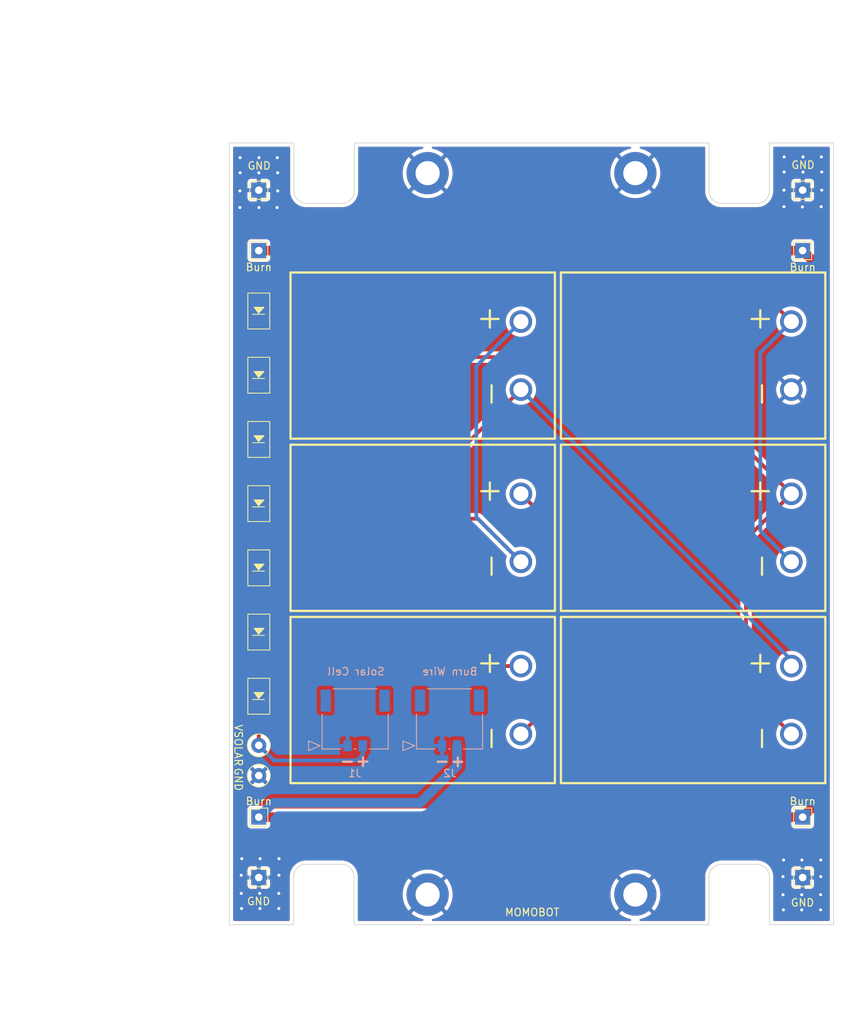
<source format=kicad_pcb>
(kicad_pcb (version 20211014) (generator pcbnew)
  (layers (0 "F.Cu" signal) (31 "B.Cu" signal) (34 "B.Paste" user) (35 "F.Paste" user) (36 "B.SilkS" user "B.Silkscreen") (37 "F.SilkS" user "F.Silkscreen") (38 "B.Mask" user) (39 "F.Mask" user) (44 "Edge.Cuts" user))
  (net 0 "")
  (net 1 "GND")
  (net 2 "BURN")
  (net 3 "Net-(D1-Pad1)")
  (net 4 "Net-(D1-Pad2)")
  (net 5 "Net-(D2-Pad2)")
  (net 6 "Net-(D3-Pad2)")
  (net 7 "Net-(D4-Pad2)")
  (net 8 "Net-(D5-Pad2)")
  (net 9 "VSOLAR")
  (footprint "ISP:SM101K07TF" (layer "F.Cu") (at 97.7 113)
    (fp_text reference "SC1")
    (fp_text value "SM101K07TF")
    (fp_text user "-" (at 8.89 4.58 90) (layer "F.SilkS") (effects (font (size 3 3) (thickness 0.3))))
    (fp_text user "+" (at 8.89 -5.58) (layer "F.SilkS") (effects (font (size 3 3) (thickness 0.3))))
    (fp_line (start -17.5 -11.5) (end 17.5 -11.5) (layer "F.SilkS") (width 0.3))
    (fp_line (start 17.5 -11.5) (end 17.5 10.5) (layer "F.SilkS") (width 0.3))
    (fp_line (start 17.5 10.5) (end -17.5 10.5) (layer "F.SilkS") (width 0.3))
    (fp_line (start -17.5 10.5) (end -17.5 -11.5) (layer "F.SilkS") (width 0.3))
    (pad "1" thru_hole circle (at 13 -5) (size 3 3) (drill 2) (layers *.Mask "F.Cu" "In1.Cu" "B.Cu") (net 3 "Net-(D1-Pad1)"))
    (pad "2" thru_hole circle (at 13 4) (size 3 3) (drill 2) (layers *.Mask "F.Cu" "In1.Cu" "B.Cu") (net 4 "Net-(D1-Pad2)"))
  )
  (footprint "ISP:SM101K07TF" (layer "F.Cu") (at 97.7 67.4)
    (fp_text reference "SC3")
    (fp_text value "SM101K07TF")
    (fp_text user "+" (at 8.89 -5.58) (layer "F.SilkS") (effects (font (size 3 3) (thickness 0.3))))
    (fp_text user "-" (at 8.89 4.58 90) (layer "F.SilkS") (effects (font (size 3 3) (thickness 0.3))))
    (fp_line (start 17.5 -11.5) (end 17.5 10.5) (layer "F.SilkS") (width 0.3))
    (fp_line (start -17.5 10.5) (end -17.5 -11.5) (layer "F.SilkS") (width 0.3))
    (fp_line (start 17.5 10.5) (end -17.5 10.5) (layer "F.SilkS") (width 0.3))
    (fp_line (start -17.5 -11.5) (end 17.5 -11.5) (layer "F.SilkS") (width 0.3))
    (pad "1" thru_hole circle (at 13 -5) (size 3 3) (drill 2) (layers *.Mask "F.Cu" "In1.Cu" "B.Cu") (net 5 "Net-(D2-Pad2)"))
    (pad "2" thru_hole circle (at 13 4) (size 3 3) (drill 2) (layers *.Mask "F.Cu" "In1.Cu" "B.Cu") (net 6 "Net-(D3-Pad2)"))
  )
  (footprint "ISP:DO-214AC" (layer "F.Cu") (at 76 69.5 90)
    (fp_text reference "D5")
    (fp_text value "CDBA240LL-HF")
    (fp_line (start -2.375 1.45) (end 2.375 1.45) (layer "F.SilkS") (width 0.12))
    (fp_line (start 2.375 1.45) (end 2.375 -1.45) (layer "F.SilkS") (width 0.12))
    (fp_line (start -2.375 -1.45) (end 2.375 -1.45) (layer "F.SilkS") (width 0.12))
    (fp_line (start -0.4318 -0.8128) (end -0.4318 0.7366) (layer "F.SilkS") (width 0.12))
    (fp_line (start -2.375 1.45) (end -2.375 -1.45) (layer "F.SilkS") (width 0.12))
    (fp_poly (pts (xy 0.508 0.7112) (xy -0.3048 -0.0254) (xy 0.508 -0.635)) (layer "F.SilkS") (width 0.1) (fill solid))
    (pad "1" smd rect (at -2 0 90) (size 2.5 1.7) (layers "F.Cu" "F.Paste" "F.Mask") (net 7 "Net-(D4-Pad2)"))
    (pad "2" smd rect (at 2 0 90) (size 2.5 1.7) (layers "F.Cu" "F.Paste" "F.Mask") (net 8 "Net-(D5-Pad2)"))
  )
  (footprint "TestPoint:TestPoint_THTPad_2.0x2.0mm_Drill1.0mm" (layer "F.Cu") (at 148 128)
    (fp_text reference "LowerBurn3")
    (fp_text value "Burn" (at 0 -2.1) (layer "F.SilkS"))
    (fp_line (start 1.2 1.2) (end -1.2 1.2) (layer "F.SilkS") (width 0.12))
    (fp_line (start -1.2 1.2) (end -1.2 -1.2) (layer "F.SilkS") (width 0.12))
    (fp_line (start 1.2 -1.2) (end 1.2 1.2) (layer "F.SilkS") (width 0.12))
    (fp_line (start -1.2 -1.2) (end 1.2 -1.2) (layer "F.SilkS") (width 0.12))
    (pad "1" thru_hole rect (at 0 0) (size 2 2) (drill 1) (layers *.Cu *.Mask) (net 2 "BURN"))
  )
  (footprint "TestPoint:TestPoint_Loop_D1.80mm_Drill1.0mm_Beaded" (layer "F.Cu") (at 76 118.5 180)
    (fp_text reference "TP1")
    (fp_text value "VSOLAR" (at 2.7 0 270 unlocked) (layer "F.SilkS"))
    (fp_circle (center 0 0) (end 1.5 0) (layer "F.SilkS") (width 0.12) (fill none))
    (pad "1" thru_hole circle (at 0 0 180) (size 2 2) (drill 1) (layers *.Cu *.Mask) (net 9 "VSOLAR"))
  )
  (footprint "ISP:DO-214AC" (layer "F.Cu") (at 76 112 90)
    (fp_text reference "D9")
    (fp_text value "CDBA240LL-HF")
    (fp_line (start -2.375 -1.45) (end 2.375 -1.45) (layer "F.SilkS") (width 0.12))
    (fp_line (start -2.375 1.45) (end 2.375 1.45) (layer "F.SilkS") (width 0.12))
    (fp_line (start -2.375 1.45) (end -2.375 -1.45) (layer "F.SilkS") (width 0.12))
    (fp_line (start -0.4318 -0.8128) (end -0.4318 0.7366) (layer "F.SilkS") (width 0.12))
    (fp_line (start 2.375 1.45) (end 2.375 -1.45) (layer "F.SilkS") (width 0.12))
    (fp_poly (pts (xy 0.508 0.7112) (xy -0.3048 -0.0254) (xy 0.508 -0.635)) (layer "F.SilkS") (width 0.1) (fill solid))
    (pad "1" smd rect (at -2 0 90) (size 2.5 1.7) (layers "F.Cu" "F.Paste" "F.Mask") (net 9 "VSOLAR"))
    (pad "2" smd rect (at 2 0 90) (size 2.5 1.7) (layers "F.Cu" "F.Paste" "F.Mask") (net 3 "Net-(D1-Pad1)"))
  )
  (footprint "TestPoint:TestPoint_THTPad_2.0x2.0mm_Drill1.0mm" (layer "F.Cu") (at 76 136)
    (fp_text reference "LowerBurn2")
    (fp_text value "GND" (at -0.025 3.15) (layer "F.SilkS"))
    (fp_line (start -1.2 -1.2) (end 1.2 -1.2) (layer "F.SilkS") (width 0.12))
    (fp_line (start 1.2 -1.2) (end 1.2 1.2) (layer "F.SilkS") (width 0.12))
    (fp_line (start 1.2 1.2) (end -1.2 1.2) (layer "F.SilkS") (width 0.12))
    (fp_line (start -1.2 1.2) (end -1.2 -1.2) (layer "F.SilkS") (width 0.12))
    (pad "1" thru_hole rect (at 0 0) (size 2 2) (drill 1) (layers *.Cu *.Mask) (net 1 "GND"))
  )
  (footprint "ISP:DO-214AC" (layer "F.Cu") (at 76 86.5 90)
    (fp_text reference "D3")
    (fp_text value "CDBA240LL-HF")
    (fp_line (start 2.375 1.45) (end 2.375 -1.45) (layer "F.SilkS") (width 0.12))
    (fp_line (start -2.375 1.45) (end -2.375 -1.45) (layer "F.SilkS") (width 0.12))
    (fp_line (start -0.4318 -0.8128) (end -0.4318 0.7366) (layer "F.SilkS") (width 0.12))
    (fp_line (start -2.375 1.45) (end 2.375 1.45) (layer "F.SilkS") (width 0.12))
    (fp_line (start -2.375 -1.45) (end 2.375 -1.45) (layer "F.SilkS") (width 0.12))
    (fp_poly (pts (xy 0.508 0.7112) (xy -0.3048 -0.0254) (xy 0.508 -0.635)) (layer "F.SilkS") (width 0.1) (fill solid))
    (pad "1" smd rect (at -2 0 90) (size 2.5 1.7) (layers "F.Cu" "F.Paste" "F.Mask") (net 5 "Net-(D2-Pad2)"))
    (pad "2" smd rect (at 2 0 90) (size 2.5 1.7) (layers "F.Cu" "F.Paste" "F.Mask") (net 6 "Net-(D3-Pad2)"))
  )
  (footprint "TestPoint:TestPoint_THTPad_2.0x2.0mm_Drill1.0mm" (layer "F.Cu") (at 148 45)
    (fp_text reference "UpperBurn4")
    (fp_text value "GND" (at 0.05 -3.325) (layer "F.SilkS"))
    (fp_line (start 1.2 1.2) (end -1.2 1.2) (layer "F.SilkS") (width 0.12))
    (fp_line (start -1.2 -1.2) (end 1.2 -1.2) (layer "F.SilkS") (width 0.12))
    (fp_line (start -1.2 1.2) (end -1.2 -1.2) (layer "F.SilkS") (width 0.12))
    (fp_line (start 1.2 -1.2) (end 1.2 1.2) (layer "F.SilkS") (width 0.12))
    (pad "1" thru_hole rect (at 0 0) (size 2 2) (drill 1) (layers *.Cu *.Mask) (net 1 "GND"))
  )
  (footprint "TestPoint:TestPoint_THTPad_2.0x2.0mm_Drill1.0mm" (layer "F.Cu") (at 76 53)
    (fp_text reference "UpperBurn1")
    (fp_text value "Burn" (at 0 2.2) (layer "F.SilkS"))
    (fp_line (start 1.2 1.2) (end -1.2 1.2) (layer "F.SilkS") (width 0.12))
    (fp_line (start -1.2 1.2) (end -1.2 -1.2) (layer "F.SilkS") (width 0.12))
    (fp_line (start 1.2 -1.2) (end 1.2 1.2) (layer "F.SilkS") (width 0.12))
    (fp_line (start -1.2 -1.2) (end 1.2 -1.2) (layer "F.SilkS") (width 0.12))
    (pad "1" thru_hole rect (at 0 0) (size 2 2) (drill 1) (layers *.Cu *.Mask) (net 2 "BURN"))
  )
  (footprint "MountingHole:MountingHole_3.2mm_M3_DIN965_Pad" (layer "F.Cu") (at 125.85 42.75)
    (fp_text reference "H2")
    (fp_text value "MountingHole_Pad")
    (pad "1" thru_hole circle (at 0 0) (size 5.6 5.6) (drill 3.2) (layers *.Cu *.Mask) (net 1 "GND"))
  )
  (footprint "ISP:SM101K07TF" (layer "F.Cu") (at 97.7 90.2)
    (fp_text reference "SC2")
    (fp_text value "SM101K07TF")
    (fp_text user "+" (at 8.89 -5.58) (layer "F.SilkS") (effects (font (size 3 3) (thickness 0.3))))
    (fp_text user "-" (at 8.89 4.58 90) (layer "F.SilkS") (effects (font (size 3 3) (thickness 0.3))))
    (fp_line (start -17.5 -11.5) (end 17.5 -11.5) (layer "F.SilkS") (width 0.3))
    (fp_line (start 17.5 -11.5) (end 17.5 10.5) (layer "F.SilkS") (width 0.3))
    (fp_line (start -17.5 10.5) (end -17.5 -11.5) (layer "F.SilkS") (width 0.3))
    (fp_line (start 17.5 10.5) (end -17.5 10.5) (layer "F.SilkS") (width 0.3))
    (pad "1" thru_hole circle (at 13 -5) (size 3 3) (drill 2) (layers *.Mask "F.Cu" "In1.Cu" "B.Cu") (net 4 "Net-(D1-Pad2)"))
    (pad "2" thru_hole circle (at 13 4) (size 3 3) (drill 2) (layers *.Mask "F.Cu" "In1.Cu" "B.Cu") (net 5 "Net-(D2-Pad2)"))
  )
  (footprint "TestPoint:TestPoint_THTPad_2.0x2.0mm_Drill1.0mm" (layer "F.Cu") (at 76 45)
    (fp_text reference "UpperBurn2")
    (fp_text value "GND" (at 0.05 -3.225) (layer "F.SilkS"))
    (fp_line (start -1.2 1.2) (end -1.2 -1.2) (layer "F.SilkS") (width 0.12))
    (fp_line (start -1.2 -1.2) (end 1.2 -1.2) (layer "F.SilkS") (width 0.12))
    (fp_line (start 1.2 1.2) (end -1.2 1.2) (layer "F.SilkS") (width 0.12))
    (fp_line (start 1.2 -1.2) (end 1.2 1.2) (layer "F.SilkS") (width 0.12))
    (pad "1" thru_hole rect (at 0 0) (size 2 2) (drill 1) (layers *.Cu *.Mask) (net 1 "GND"))
  )
  (footprint "ISP:DO-214AC" (layer "F.Cu") (at 76 61 90)
    (fp_text reference "D6")
    (fp_text value "CDBA240LL-HF")
    (fp_line (start -2.375 1.45) (end 2.375 1.45) (layer "F.SilkS") (width 0.12))
    (fp_line (start -2.375 -1.45) (end 2.375 -1.45) (layer "F.SilkS") (width 0.12))
    (fp_line (start -0.4318 -0.8128) (end -0.4318 0.7366) (layer "F.SilkS") (width 0.12))
    (fp_line (start 2.375 1.45) (end 2.375 -1.45) (layer "F.SilkS") (width 0.12))
    (fp_line (start -2.375 1.45) (end -2.375 -1.45) (layer "F.SilkS") (width 0.12))
    (fp_poly (pts (xy 0.508 0.7112) (xy -0.3048 -0.0254) (xy 0.508 -0.635)) (layer "F.SilkS") (width 0.1) (fill solid))
    (pad "1" smd rect (at -2 0 90) (size 2.5 1.7) (layers "F.Cu" "F.Paste" "F.Mask") (net 8 "Net-(D5-Pad2)"))
    (pad "2" smd rect (at 2 0 90) (size 2.5 1.7) (layers "F.Cu" "F.Paste" "F.Mask") (net 1 "GND"))
  )
  (footprint "MountingHole:MountingHole_3.2mm_M3_DIN965_Pad" (layer "F.Cu") (at 98.35 42.75)
    (fp_text reference "H1")
    (fp_text value "MountingHole_Pad")
    (pad "1" thru_hole circle (at 0 0) (size 5.6 5.6) (drill 3.2) (layers *.Cu *.Mask) (net 1 "GND"))
  )
  (footprint "ISP:SM101K07TF" (layer "F.Cu") (at 133.5 90.2)
    (fp_text reference "SC5")
    (fp_text value "SM101K07TF")
    (fp_text user "-" (at 8.89 4.58 90) (layer "F.SilkS") (effects (font (size 3 3) (thickness 0.3))))
    (fp_text user "+" (at 8.89 -5.58) (layer "F.SilkS") (effects (font (size 3 3) (thickness 0.3))))
    (fp_line (start 17.5 10.5) (end -17.5 10.5) (layer "F.SilkS") (width 0.3))
    (fp_line (start 17.5 -11.5) (end 17.5 10.5) (layer "F.SilkS") (width 0.3))
    (fp_line (start -17.5 10.5) (end -17.5 -11.5) (layer "F.SilkS") (width 0.3))
    (fp_line (start -17.5 -11.5) (end 17.5 -11.5) (layer "F.SilkS") (width 0.3))
    (pad "1" thru_hole circle (at 13 -5) (size 3 3) (drill 2) (layers *.Mask "F.Cu" "In1.Cu" "B.Cu") (net 7 "Net-(D4-Pad2)"))
    (pad "2" thru_hole circle (at 13 4) (size 3 3) (drill 2) (layers *.Mask "F.Cu" "In1.Cu" "B.Cu") (net 8 "Net-(D5-Pad2)"))
  )
  (footprint "TestPoint:TestPoint_THTPad_2.0x2.0mm_Drill1.0mm" (layer "F.Cu") (at 76 128)
    (fp_text reference "LowerBurn1")
    (fp_text value "Burn" (at 0 -2.1) (layer "F.SilkS"))
    (fp_line (start 1.2 1.2) (end -1.2 1.2) (layer "F.SilkS") (width 0.12))
    (fp_line (start -1.2 -1.2) (end 1.2 -1.2) (layer "F.SilkS") (width 0.12))
    (fp_line (start 1.2 -1.2) (end 1.2 1.2) (layer "F.SilkS") (width 0.12))
    (fp_line (start -1.2 1.2) (end -1.2 -1.2) (layer "F.SilkS") (width 0.12))
    (pad "1" thru_hole rect (at 0 0) (size 2 2) (drill 1) (layers *.Cu *.Mask) (net 2 "BURN"))
  )
  (footprint "TestPoint:TestPoint_Loop_D1.80mm_Drill1.0mm_Beaded" (layer "F.Cu") (at 76 122.5 180)
    (fp_text reference "TP2")
    (fp_text value "GND" (at 2.7 -0.5 270 unlocked) (layer "F.SilkS"))
    (fp_circle (center 0 0) (end 1.5 0) (layer "F.SilkS") (width 0.12) (fill none))
    (pad "1" thru_hole circle (at 0 0 180) (size 2 2) (drill 1) (layers *.Cu *.Mask) (net 1 "GND"))
  )
  (footprint "ISP:DO-214AC" (layer "F.Cu") (at 76 78 90)
    (fp_text reference "D4")
    (fp_text value "CDBA240LL-HF")
    (fp_line (start 2.375 1.45) (end 2.375 -1.45) (layer "F.SilkS") (width 0.12))
    (fp_line (start -2.375 1.45) (end 2.375 1.45) (layer "F.SilkS") (width 0.12))
    (fp_line (start -0.4318 -0.8128) (end -0.4318 0.7366) (layer "F.SilkS") (width 0.12))
    (fp_line (start -2.375 1.45) (end -2.375 -1.45) (layer "F.SilkS") (width 0.12))
    (fp_line (start -2.375 -1.45) (end 2.375 -1.45) (layer "F.SilkS") (width 0.12))
    (fp_poly (pts (xy 0.508 0.7112) (xy -0.3048 -0.0254) (xy 0.508 -0.635)) (layer "F.SilkS") (width 0.1) (fill solid))
    (pad "1" smd rect (at -2 0 90) (size 2.5 1.7) (layers "F.Cu" "F.Paste" "F.Mask") (net 6 "Net-(D3-Pad2)"))
    (pad "2" smd rect (at 2 0 90) (size 2.5 1.7) (layers "F.Cu" "F.Paste" "F.Mask") (net 7 "Net-(D4-Pad2)"))
  )
  (footprint "MountingHole:MountingHole_3.2mm_M3_DIN965_Pad" (layer "F.Cu") (at 98.35 138.25)
    (fp_text reference "H3")
    (fp_text value "MountingHole_Pad")
    (pad "1" thru_hole circle (at 0 0) (size 5.6 5.6) (drill 3.2) (layers *.Cu *.Mask) (net 1 "GND"))
  )
  (footprint "MountingHole:MountingHole_3.2mm_M3_DIN965_Pad" (layer "F.Cu") (at 125.85 138.25)
    (fp_text reference "H4")
    (fp_text value "MountingHole_Pad")
    (pad "1" thru_hole circle (at 0 0) (size 5.6 5.6) (drill 3.2) (layers *.Cu *.Mask) (net 1 "GND"))
  )
  (footprint "TestPoint:TestPoint_THTPad_2.0x2.0mm_Drill1.0mm" (layer "F.Cu") (at 148 53)
    (fp_text reference "UpperBurn3")
    (fp_text value "Burn" (at 0 2.2) (layer "F.SilkS"))
    (fp_line (start 1.2 1.2) (end -1.2 1.2) (layer "F.SilkS") (width 0.12))
    (fp_line (start 1.2 -1.2) (end 1.2 1.2) (layer "F.SilkS") (width 0.12))
    (fp_line (start -1.2 1.2) (end -1.2 -1.2) (layer "F.SilkS") (width 0.12))
    (fp_line (start -1.2 -1.2) (end 1.2 -1.2) (layer "F.SilkS") (width 0.12))
    (pad "1" thru_hole rect (at 0 0) (size 2 2) (drill 1) (layers *.Cu *.Mask) (net 2 "BURN"))
  )
  (footprint "ISP:SM101K07TF" (layer "F.Cu") (at 133.5 113)
    (fp_text reference "SC4")
    (fp_text value "SM101K07TF")
    (fp_text user "+" (at 8.89 -5.58) (layer "F.SilkS") (effects (font (size 3 3) (thickness 0.3))))
    (fp_text user "-" (at 8.89 4.58 90) (layer "F.SilkS") (effects (font (size 3 3) (thickness 0.3))))
    (fp_line (start 17.5 10.5) (end -17.5 10.5) (layer "F.SilkS") (width 0.3))
    (fp_line (start -17.5 10.5) (end -17.5 -11.5) (layer "F.SilkS") (width 0.3))
    (fp_line (start 17.5 -11.5) (end 17.5 10.5) (layer "F.SilkS") (width 0.3))
    (fp_line (start -17.5 -11.5) (end 17.5 -11.5) (layer "F.SilkS") (width 0.3))
    (pad "1" thru_hole circle (at 13 -5) (size 3 3) (drill 2) (layers *.Mask "F.Cu" "In1.Cu" "B.Cu") (net 6 "Net-(D3-Pad2)"))
    (pad "2" thru_hole circle (at 13 4) (size 3 3) (drill 2) (layers *.Mask "F.Cu" "In1.Cu" "B.Cu") (net 7 "Net-(D4-Pad2)"))
  )
  (footprint "ISP:SM101K07TF" (layer "F.Cu") (at 133.5 67.4)
    (fp_text reference "SC6")
    (fp_text value "SM101K07TF")
    (fp_text user "-" (at 8.89 4.58 90) (layer "F.SilkS") (effects (font (size 3 3) (thickness 0.3))))
    (fp_text user "+" (at 8.89 -5.58) (layer "F.SilkS") (effects (font (size 3 3) (thickness 0.3))))
    (fp_line (start 17.5 10.5) (end -17.5 10.5) (layer "F.SilkS") (width 0.3))
    (fp_line (start 17.5 -11.5) (end 17.5 10.5) (layer "F.SilkS") (width 0.3))
    (fp_line (start -17.5 10.5) (end -17.5 -11.5) (layer "F.SilkS") (width 0.3))
    (fp_line (start -17.5 -11.5) (end 17.5 -11.5) (layer "F.SilkS") (width 0.3))
    (pad "1" thru_hole circle (at 13 -5) (size 3 3) (drill 2) (layers *.Mask "F.Cu" "In1.Cu" "B.Cu") (net 8 "Net-(D5-Pad2)"))
    (pad "2" thru_hole circle (at 13 4) (size 3 3) (drill 2) (layers *.Mask "F.Cu" "In1.Cu" "B.Cu") (net 1 "GND"))
  )
  (footprint "ISP:DO-214AC" (layer "F.Cu") (at 76 103.5 90)
    (fp_text reference "D1")
    (fp_text value "CDBA240LL-HF")
    (fp_line (start 2.375 1.45) (end 2.375 -1.45) (layer "F.SilkS") (width 0.12))
    (fp_line (start -0.4318 -0.8128) (end -0.4318 0.7366) (layer "F.SilkS") (width 0.12))
    (fp_line (start -2.375 1.45) (end -2.375 -1.45) (layer "F.SilkS") (width 0.12))
    (fp_line (start -2.375 -1.45) (end 2.375 -1.45) (layer "F.SilkS") (width 0.12))
    (fp_line (start -2.375 1.45) (end 2.375 1.45) (layer "F.SilkS") (width 0.12))
    (fp_poly (pts (xy 0.508 0.7112) (xy -0.3048 -0.0254) (xy 0.508 -0.635)) (layer "F.SilkS") (width 0.1) (fill solid))
    (pad "1" smd rect (at -2 0 90) (size 2.5 1.7) (layers "F.Cu" "F.Paste" "F.Mask") (net 3 "Net-(D1-Pad1)"))
    (pad "2" smd rect (at 2 0 90) (size 2.5 1.7) (layers "F.Cu" "F.Paste" "F.Mask") (net 4 "Net-(D1-Pad2)"))
  )
  (footprint "TestPoint:TestPoint_THTPad_2.0x2.0mm_Drill1.0mm" (layer "F.Cu") (at 148 136)
    (fp_text reference "LowerBurn4")
    (fp_text value "GND" (at -0.025 3.325) (layer "F.SilkS"))
    (fp_line (start -1.2 -1.2) (end 1.2 -1.2) (layer "F.SilkS") (width 0.12))
    (fp_line (start 1.2 -1.2) (end 1.2 1.2) (layer "F.SilkS") (width 0.12))
    (fp_line (start -1.2 1.2) (end -1.2 -1.2) (layer "F.SilkS") (width 0.12))
    (fp_line (start 1.2 1.2) (end -1.2 1.2) (layer "F.SilkS") (width 0.12))
    (pad "1" thru_hole rect (at 0 0) (size 2 2) (drill 1) (layers *.Cu *.Mask) (net 1 "GND"))
  )
  (footprint "ISP:DO-214AC" (layer "F.Cu") (at 76 95 90)
    (fp_text reference "D2")
    (fp_text value "CDBA240LL-HF")
    (fp_line (start -2.375 -1.45) (end 2.375 -1.45) (layer "F.SilkS") (width 0.12))
    (fp_line (start -2.375 1.45) (end -2.375 -1.45) (layer "F.SilkS") (width 0.12))
    (fp_line (start -2.375 1.45) (end 2.375 1.45) (layer "F.SilkS") (width 0.12))
    (fp_line (start 2.375 1.45) (end 2.375 -1.45) (layer "F.SilkS") (width 0.12))
    (fp_line (start -0.4318 -0.8128) (end -0.4318 0.7366) (layer "F.SilkS") (width 0.12))
    (fp_poly (pts (xy 0.508 0.7112) (xy -0.3048 -0.0254) (xy 0.508 -0.635)) (layer "F.SilkS") (width 0.1) (fill solid))
    (pad "1" smd rect (at -2 0 90) (size 2.5 1.7) (layers "F.Cu" "F.Paste" "F.Mask") (net 4 "Net-(D1-Pad2)"))
    (pad "2" smd rect (at 2 0 90) (size 2.5 1.7) (layers "F.Cu" "F.Paste" "F.Mask") (net 5 "Net-(D2-Pad2)"))
  )
  (footprint "Molex_PicoLock_2p_2mm_2053380002:2053380002" (layer "B.Cu") (at 87.75 118.55 180)
    (fp_text reference "J1" (at -0.95 -3.65) (layer "B.SilkS") (effects (justify mirror)))
    (fp_text value "Solar Cell" (at -1.1035 9.824999) (layer "B.SilkS") (effects (justify mirror)))
    (fp_line (start 3.628992 0) (end 5.152992 0.635) (layer "B.SilkS") (width 0.12))
    (fp_line (start -5.374991 4.20496) (end -5.374991 -0.425) (layer "B.SilkS") (width 0.12))
    (fp_line (start -5.374991 -0.425) (end -2.870041 -0.425) (layer "B.SilkS") (width 0.12))
    (fp_line (start 3.374992 -0.425) (end 3.374992 4.20496) (layer "B.SilkS") (width 0.12))
    (fp_line (start 5.152992 0.635) (end 5.152992 -0.635) (layer "B.SilkS") (width 0.12))
    (fp_line (start -1.129961 -0.425) (end -0.87004 -0.425) (layer "B.SilkS") (width 0.12))
    (fp_line (start 5.152992 -0.635) (end 3.628992 0) (layer "B.SilkS") (width 0.12))
    (fp_line (start 0.87004 -0.425) (end 3.374992 -0.425) (layer "B.SilkS") (width 0.12))
    (fp_line (start 1.915982 7.525) (end -3.915981 7.525) (layer "B.SilkS") (width 0.12))
    (pad "1" smd rect (at 0 0 180) (size 1.1 1.45) (layers "B.Cu" "B.Paste" "B.Mask") (net 1 "GND"))
    (pad "2" smd rect (at -2.000001 0 180) (size 1.1 1.45) (layers "B.Cu" "B.Paste" "B.Mask") (net 9 "VSOLAR"))
    (pad "3" smd rect (at 2.894998 5.974999 180) (size 1.35 2.899999) (layers "B.Cu" "B.Paste" "B.Mask"))
    (pad "4" smd rect (at -4.894997 5.974999 180) (size 1.35 2.899999) (layers "B.Cu" "B.Paste" "B.Mask"))
  )
  (footprint "Molex_PicoLock_2p_2mm_2053380002:2053380002" (layer "B.Cu") (at 100.25 118.55 180)
    (fp_text reference "J2" (at -1.05 -3.65) (layer "B.SilkS") (effects (justify mirror)))
    (fp_text value "Burn Wire" (at -1.043495 9.824999) (layer "B.SilkS") (effects (justify mirror)))
    (fp_line (start 3.374992 -0.425) (end 3.374992 4.20496) (layer "B.SilkS") (width 0.12))
    (fp_line (start -5.374991 -0.425) (end -2.870041 -0.425) (layer "B.SilkS") (width 0.12))
    (fp_line (start -1.129961 -0.425) (end -0.87004 -0.425) (layer "B.SilkS") (width 0.12))
    (fp_line (start 5.152992 0.635) (end 5.152992 -0.635) (layer "B.SilkS") (width 0.12))
    (fp_line (start 3.628992 0) (end 5.152992 0.635) (layer "B.SilkS") (width 0.12))
    (fp_line (start 1.915982 7.525) (end -3.915981 7.525) (layer "B.SilkS") (width 0.12))
    (fp_line (start -5.374991 4.20496) (end -5.374991 -0.425) (layer "B.SilkS") (width 0.12))
    (fp_line (start 0.87004 -0.425) (end 3.374992 -0.425) (layer "B.SilkS") (width 0.12))
    (fp_line (start 5.152992 -0.635) (end 3.628992 0) (layer "B.SilkS") (width 0.12))
    (pad "1" smd rect (at 0 0 180) (size 1.1 1.45) (layers "B.Cu" "B.Paste" "B.Mask") (net 1 "GND"))
    (pad "2" smd rect (at -2.000001 0 180) (size 1.1 1.45) (layers "B.Cu" "B.Paste" "B.Mask") (net 2 "BURN"))
    (pad "3" smd rect (at 2.894998 5.974999 180) (size 1.35 2.899999) (layers "B.Cu" "B.Paste" "B.Mask"))
    (pad "4" smd rect (at -4.894997 5.974999 180) (size 1.35 2.899999) (layers "B.Cu" "B.Paste" "B.Mask"))
  )
  (gr_line (start 143.6 38.75) (end 152.1 38.75) (layer "Edge.Cuts") (width 0.1))
  (gr_line (start 135.6 142.25) (end 88.6 142.25) (layer "Edge.Cuts") (width 0.1))
  (gr_line (start 152.1 38.75) (end 152.1 142.25) (layer "Edge.Cuts") (width 0.1))
  (gr_line (start 135.6 142.25) (end 135.6 135.9) (layer "Edge.Cuts") (width 0.1))
  (gr_arc (start 88.65 45.1) (mid 88.166726 46.266726) (end 87 46.75) (layer "Edge.Cuts") (width 0.1))
  (gr_line (start 80.6 142.25) (end 72.1 142.25) (layer "Edge.Cuts") (width 0.1))
  (gr_line (start 143.6 142.25) (end 152.1 142.25) (layer "Edge.Cuts") (width 0.1))
  (gr_arc (start 143.6 45.1) (mid 143.116726 46.266726) (end 141.95 46.75) (layer "Edge.Cuts") (width 0.1))
  (gr_arc (start 135.6 135.9) (mid 136.083274 134.733274) (end 137.25 134.25) (layer "Edge.Cuts") (width 0.1))
  (gr_line (start 141.95 134.25) (end 137.25 134.25) (layer "Edge.Cuts") (width 0.1))
  (gr_line (start 88.6 135.9) (end 88.6 142.25) (layer "Edge.Cuts") (width 0.1))
  (gr_arc (start 141.95 134.25) (mid 143.116726 134.733274) (end 143.6 135.9) (layer "Edge.Cuts") (width 0.1))
  (gr_line (start 135.6 45.1) (end 135.6 38.75) (layer "Edge.Cuts") (width 0.1))
  (gr_line (start 82.3 46.75) (end 87 46.75) (layer "Edge.Cuts") (width 0.1))
  (gr_arc (start 86.95 134.25) (mid 88.116726 134.733274) (end 88.6 135.9) (layer "Edge.Cuts") (width 0.1))
  (gr_line (start 86.95 134.25) (end 82.25 134.25) (layer "Edge.Cuts") (width 0.1))
  (gr_line (start 143.6 38.75) (end 143.6 45.1) (layer "Edge.Cuts") (width 0.1))
  (gr_arc (start 137.25 46.75) (mid 136.083274 46.266726) (end 135.6 45.1) (layer "Edge.Cuts") (width 0.1))
  (gr_line (start 88.65 38.75) (end 135.6 38.75) (layer "Edge.Cuts") (width 0.1))
  (gr_line (start 80.65 45.1) (end 80.65 38.75) (layer "Edge.Cuts") (width 0.1))
  (gr_arc (start 82.3 46.75) (mid 81.133274 46.266726) (end 80.65 45.1) (layer "Edge.Cuts") (width 0.1))
  (gr_line (start 143.6 135.9) (end 143.6 142.25) (layer "Edge.Cuts") (width 0.1))
  (gr_line (start 80.65 38.75) (end 72.1 38.75) (layer "Edge.Cuts") (width 0.1))
  (gr_line (start 72.1 142.25) (end 72.1 38.75) (layer "Edge.Cuts") (width 0.1))
  (gr_arc (start 80.6 135.9) (mid 81.083274 134.733274) (end 82.25 134.25) (layer "Edge.Cuts") (width 0.1))
  (gr_line (start 88.65 38.75) (end 88.65 45.1) (layer "Edge.Cuts") (width 0.1))
  (gr_line (start 80.6 142.25) (end 80.6 135.9) (layer "Edge.Cuts") (width 0.1))
  (gr_line (start 137.25 46.75) (end 141.95 46.75) (layer "Edge.Cuts") (width 0.1))
  (gr_text "+" (at 102.35 120.575) (layer "B.SilkS") (effects (font (size 1.5 1.5) (thickness 0.3)) (justify mirror)))
  (gr_text "-" (at 87.75 120.775 -180) (layer "B.SilkS") (effects (font (size 1.5 1.5) (thickness 0.3)) (justify mirror)))
  (gr_text "+" (at 89.8 120.55) (layer "B.SilkS") (effects (font (size 1.5 1.5) (thickness 0.3)) (justify mirror)))
  (gr_text "-" (at 100.25 120.775 -180) (layer "B.SilkS") (effects (font (size 1.5 1.5) (thickness 0.3)) (justify mirror)))
  (gr_text "MOMOBOT" (at 112.2 140.6) (layer "F.SilkS") (effects (font (size 1 1))))
  (via (at 78.65 140.1) (size 0.8) (drill 0.4) (layers "F.Cu" "B.Cu") (net 1))
  (via (at 78.425 47.3) (size 0.8) (drill 0.4) (layers "F.Cu" "B.Cu") (net 1))
  (via (at 147.875 140.275) (size 0.8) (drill 0.4) (layers "F.Cu" "B.Cu") (net 1))
  (via (at 145.525 47.2) (size 0.8) (drill 0.4) (layers "F.Cu" "B.Cu") (net 1))
  (via (at 73.725 140.1) (size 0.8) (drill 0.4) (layers "F.Cu" "B.Cu") (net 1))
  (via (at 145.55 42.6) (size 0.8) (drill 0.4) (layers "F.Cu" "B.Cu") (net 1))
  (via (at 147.875 138.275) (size 0.8) (drill 0.4) (layers "F.Cu" "B.Cu") (net 1))
  (via (at 145.475 133.675) (size 0.8) (drill 0.4) (layers "F.Cu" "B.Cu") (net 1))
  (via (at 73.525 42.7) (size 0.8) (drill 0.4) (layers "F.Cu" "B.Cu") (net 1))
  (via (at 150.4 135.875) (size 0.8) (drill 0.4) (layers "F.Cu" "B.Cu") (net 1))
  (via (at 76 42.7) (size 0.8) (drill 0.4) (layers "F.Cu" "B.Cu") (net 1))
  (via (at 73.5 47.3) (size 0.8) (drill 0.4) (layers "F.Cu" "B.Cu") (net 1))
  (via (at 73.675 138.1) (size 0.8) (drill 0.4) (layers "F.Cu" "B.Cu") (net 1))
  (via (at 76.125 138.1) (size 0.8) (drill 0.4) (layers "F.Cu" "B.Cu") (net 1))
  (via (at 78.65 138.1) (size 0.8) (drill 0.4) (layers "F.Cu" "B.Cu") (net 1))
  (via (at 78.45 40.7) (size 0.8) (drill 0.4) (layers "F.Cu" "B.Cu") (net 1))
  (via (at 145.55 40.6) (size 0.8) (drill 0.4) (layers "F.Cu" "B.Cu") (net 1))
  (via (at 73.75 133.5) (size 0.8) (drill 0.4) (layers "F.Cu" "B.Cu") (net 1))
  (via (at 150.375 140.275) (size 0.8) (drill 0.4) (layers "F.Cu" "B.Cu") (net 1))
  (via (at 78.675 133.5) (size 0.8) (drill 0.4) (layers "F.Cu" "B.Cu") (net 1))
  (via (at 78.5 45.1) (size 0.8) (drill 0.4) (layers "F.Cu" "B.Cu") (net 1))
  (via (at 73.525 40.7) (size 0.8) (drill 0.4) (layers "F.Cu" "B.Cu") (net 1))
  (via (at 150.475 40.6) (size 0.8) (drill 0.4) (layers "F.Cu" "B.Cu") (net 1))
  (via (at 150.4 133.675) (size 0.8) (drill 0.4) (layers "F.Cu" "B.Cu") (net 1))
  (via (at 150.375 138.275) (size 0.8) (drill 0.4) (layers "F.Cu" "B.Cu") (net 1))
  (via (at 76.025 40.7) (size 0.8) (drill 0.4) (layers "F.Cu" "B.Cu") (net 1))
  (via (at 147.9 133.675) (size 0.8) (drill 0.4) (layers "F.Cu" "B.Cu") (net 1))
  (via (at 150.525 45) (size 0.8) (drill 0.4) (layers "F.Cu" "B.Cu") (net 1))
  (via (at 78.5 42.7) (size 0.8) (drill 0.4) (layers "F.Cu" "B.Cu") (net 1))
  (via (at 76.025 47.3) (size 0.8) (drill 0.4) (layers "F.Cu" "B.Cu") (net 1))
  (via (at 145.525 45) (size 0.8) (drill 0.4) (layers "F.Cu" "B.Cu") (net 1))
  (via (at 150.525 42.6) (size 0.8) (drill 0.4) (layers "F.Cu" "B.Cu") (net 1))
  (via (at 145.45 140.275) (size 0.8) (drill 0.4) (layers "F.Cu" "B.Cu") (net 1))
  (via (at 145.4 138.275) (size 0.8) (drill 0.4) (layers "F.Cu" "B.Cu") (net 1))
  (via (at 76.15 140.1) (size 0.8) (drill 0.4) (layers "F.Cu" "B.Cu") (net 1))
  (via (at 78.675 135.7) (size 0.8) (drill 0.4) (layers "F.Cu" "B.Cu") (net 1))
  (via (at 73.675 135.7) (size 0.8) (drill 0.4) (layers "F.Cu" "B.Cu") (net 1))
  (via (at 148.05 40.6) (size 0.8) (drill 0.4) (layers "F.Cu" "B.Cu") (net 1))
  (via (at 145.4 135.875) (size 0.8) (drill 0.4) (layers "F.Cu" "B.Cu") (net 1))
  (via (at 73.5 45.1) (size 0.8) (drill 0.4) (layers "F.Cu" "B.Cu") (net 1))
  (via (at 148.05 42.6) (size 0.8) (drill 0.4) (layers "F.Cu" "B.Cu") (net 1))
  (via (at 150.45 47.2) (size 0.8) (drill 0.4) (layers "F.Cu" "B.Cu") (net 1))
  (via (at 76.175 133.5) (size 0.8) (drill 0.4) (layers "F.Cu" "B.Cu") (net 1))
  (via (at 147.975 47.225) (size 0.8) (drill 0.4) (layers "F.Cu" "B.Cu") (net 1))
  (segment (start 149.925 126.075) (end 149.925 54.925) (width 1.27) (layer "F.Cu") (net 2))
  (segment (start 148 128) (end 149.925 126.075) (width 1.27) (layer "F.Cu") (net 2))
  (segment (start 76 128) (end 148 128) (width 1.27) (layer "F.Cu") (net 2))
  (segment (start 149.925 54.925) (end 148 53) (width 1.27) (layer "F.Cu") (net 2))
  (segment (start 148 53) (end 76 53) (width 1.27) (layer "F.Cu") (net 2))
  (segment (start 97.375 126.1) (end 102.250001 121.224999) (width 1.27) (layer "B.Cu") (net 2))
  (segment (start 102.250001 121.224999) (end 102.250001 118.55) (width 1.27) (layer "B.Cu") (net 2))
  (segment (start 76 128) (end 77.9 126.1) (width 1.27) (layer "B.Cu") (net 2))
  (segment (start 77.9 126.1) (end 97.375 126.1) (width 1.27) (layer "B.Cu") (net 2))
  (segment (start 78 108) (end 110.7 108) (width 0.5) (layer "F.Cu") (net 3))
  (segment (start 76 110) (end 76 105.5) (width 0.5) (layer "F.Cu") (net 3))
  (segment (start 76 110) (end 78 108) (width 0.5) (layer "F.Cu") (net 3))
  (segment (start 77.5 98.5) (end 113.9 98.5) (width 0.5) (layer "F.Cu") (net 4))
  (segment (start 116.7 101.1) (end 114.1 98.5) (width 0.5) (layer "F.Cu") (net 4))
  (segment (start 116.7 111) (end 116.7 101.1) (width 0.5) (layer "F.Cu") (net 4))
  (segment (start 114.1 98.5) (end 113.9 98.5) (width 0.5) (layer "F.Cu") (net 4))
  (segment (start 113.9 98.5) (end 116.7 95.7) (width 0.5) (layer "F.Cu") (net 4))
  (segment (start 76 97) (end 77.5 98.5) (width 0.5) (layer "F.Cu") (net 4))
  (segment (start 76 97) (end 76 101.5) (width 0.5) (layer "F.Cu") (net 4))
  (segment (start 116.7 91.2) (end 110.7 85.2) (width 0.5) (layer "F.Cu") (net 4))
  (segment (start 110.7 117) (end 116.7 111) (width 0.5) (layer "F.Cu") (net 4))
  (segment (start 116.7 95.7) (end 116.7 91.2) (width 0.5) (layer "F.Cu") (net 4))
  (segment (start 76 88.5) (end 105 88.5) (width 0.5) (layer "F.Cu") (net 5))
  (segment (start 76 93) (end 76 88.5) (width 0.5) (layer "F.Cu") (net 5))
  (segment (start 105 88.5) (end 110.7 94.2) (width 0.5) (layer "F.Cu") (net 5))
  (segment (start 110.7 62.4) (end 104.8 68.3) (width 0.5) (layer "B.Cu") (net 5))
  (segment (start 104.8 68.3) (end 104.8 88.3) (width 0.5) (layer "B.Cu") (net 5))
  (segment (start 104.8 88.3) (end 110.7 94.2) (width 0.5) (layer "B.Cu") (net 5))
  (segment (start 76 84.5) (end 76 80) (width 0.5) (layer "F.Cu") (net 6))
  (segment (start 76 80) (end 102.1 80) (width 0.5) (layer "F.Cu") (net 6))
  (segment (start 102.1 80) (end 110.7 71.4) (width 0.5) (layer "F.Cu") (net 6))
  (segment (start 110.7 71.4) (end 146.5 107.2) (width 0.5) (layer "B.Cu") (net 6))
  (segment (start 146.5 107.2) (end 146.5 108) (width 0.5) (layer "B.Cu") (net 6))
  (segment (start 146.5 85.2) (end 140.5 91.2) (width 0.5) (layer "F.Cu") (net 7))
  (segment (start 128.4 67.1) (end 146.5 85.2) (width 0.5) (layer "F.Cu") (net 7))
  (segment (start 76 76) (end 84.9 67.1) (width 0.5) (layer "F.Cu") (net 7))
  (segment (start 84.9 67.1) (end 128.4 67.1) (width 0.5) (layer "F.Cu") (net 7))
  (segment (start 140.5 91.2) (end 140.5 111) (width 0.5) (layer "F.Cu") (net 7))
  (segment (start 76 76) (end 76 71.5) (width 0.5) (layer "F.Cu") (net 7))
  (segment (start 140.5 111) (end 146.5 117) (width 0.5) (layer "F.Cu") (net 7))
  (segment (start 81.1 57.9) (end 142 57.9) (width 0.5) (layer "F.Cu") (net 8))
  (segment (start 142 57.9) (end 146.5 62.4) (width 0.5) (layer "F.Cu") (net 8))
  (segment (start 76 67.5) (end 76 63) (width 0.5) (layer "F.Cu") (net 8))
  (segment (start 76 63) (end 81.1 57.9) (width 0.5) (layer "F.Cu") (net 8))
  (segment (start 146.5 62.4) (end 142.4 66.5) (width 0.5) (layer "B.Cu") (net 8))
  (segment (start 142.4 66.5) (end 142.4 90.1) (width 0.5) (layer "B.Cu") (net 8))
  (segment (start 142.4 90.1) (end 146.5 94.2) (width 0.5) (layer "B.Cu") (net 8))
  (segment (start 76 118.5) (end 76 114) (width 0.5) (layer "F.Cu") (net 9))
  (segment (start 89 120.5) (end 78 120.5) (width 0.5) (layer "B.Cu") (net 9))
  (segment (start 89.750001 119.749999) (end 89 120.5) (width 0.5) (layer "B.Cu") (net 9))
  (segment (start 78 120.5) (end 76 118.5) (width 0.5) (layer "B.Cu") (net 9))
  (segment (start 89.750001 118.55) (end 89.750001 119.749999) (width 0.5) (layer "B.Cu") (net 9))
  (zone (net 1) (net_name "GND") (layers F&B.Cu) (connect_pads (clearance 0.508)) (min_thickness 0.254) (fill yes (thermal_gap 0.508) (thermal_bridge_width 0.508))
    (polygon (pts (xy 156 144.5) (xy 68.75 144.5) (xy 68.75 36) (xy 156 36)))
  )
)
</source>
